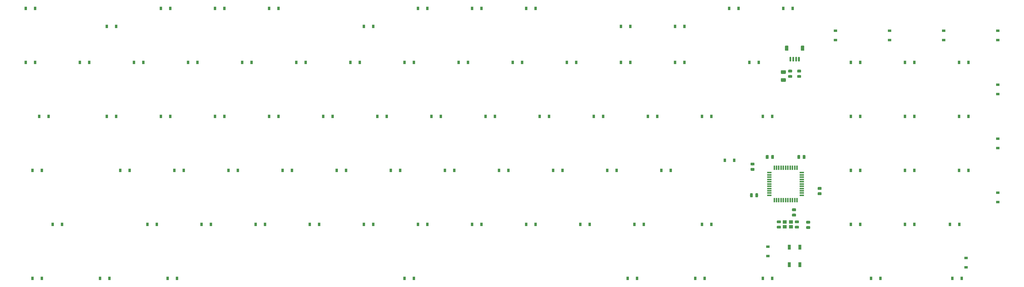
<source format=gbp>
G04 #@! TF.GenerationSoftware,KiCad,Pcbnew,(5.1.4)-1*
G04 #@! TF.CreationDate,2021-12-17T17:06:34-08:00*
G04 #@! TF.ProjectId,JKP,4a4b502e-6b69-4636-9164-5f7063625858,rev?*
G04 #@! TF.SameCoordinates,Original*
G04 #@! TF.FileFunction,Paste,Bot*
G04 #@! TF.FilePolarity,Positive*
%FSLAX46Y46*%
G04 Gerber Fmt 4.6, Leading zero omitted, Abs format (unit mm)*
G04 Created by KiCad (PCBNEW (5.1.4)-1) date 2021-12-17 17:06:34*
%MOMM*%
%LPD*%
G04 APERTURE LIST*
%ADD10R,0.900000X1.200000*%
%ADD11R,0.550000X1.500000*%
%ADD12R,1.500000X0.550000*%
%ADD13R,1.400000X1.200000*%
%ADD14R,1.100000X1.800000*%
%ADD15C,0.100000*%
%ADD16C,0.975000*%
%ADD17C,1.200000*%
%ADD18C,0.600000*%
%ADD19C,1.250000*%
%ADD20R,1.200000X0.900000*%
G04 APERTURE END LIST*
D10*
X217425000Y-1587500D03*
X220725000Y-1587500D03*
D11*
X279431250Y-51450000D03*
X278631250Y-51450000D03*
X277831250Y-51450000D03*
X277031250Y-51450000D03*
X276231250Y-51450000D03*
X275431250Y-51450000D03*
X274631250Y-51450000D03*
X273831250Y-51450000D03*
X273031250Y-51450000D03*
X272231250Y-51450000D03*
X271431250Y-51450000D03*
D12*
X269731250Y-53150000D03*
X269731250Y-53950000D03*
X269731250Y-54750000D03*
X269731250Y-55550000D03*
X269731250Y-56350000D03*
X269731250Y-57150000D03*
X269731250Y-57950000D03*
X269731250Y-58750000D03*
X269731250Y-59550000D03*
X269731250Y-60350000D03*
X269731250Y-61150000D03*
D11*
X271431250Y-62850000D03*
X272231250Y-62850000D03*
X273031250Y-62850000D03*
X273831250Y-62850000D03*
X274631250Y-62850000D03*
X275431250Y-62850000D03*
X276231250Y-62850000D03*
X277031250Y-62850000D03*
X277831250Y-62850000D03*
X278631250Y-62850000D03*
X279431250Y-62850000D03*
D12*
X281131250Y-61150000D03*
X281131250Y-60350000D03*
X281131250Y-59550000D03*
X281131250Y-58750000D03*
X281131250Y-57950000D03*
X281131250Y-57150000D03*
X281131250Y-56350000D03*
X281131250Y-55550000D03*
X281131250Y-54750000D03*
X281131250Y-53950000D03*
X281131250Y-53150000D03*
D13*
X275125000Y-72287500D03*
X277325000Y-72287500D03*
X277325000Y-70587500D03*
X275125000Y-70587500D03*
D14*
X280456250Y-79450000D03*
X276756250Y-85650000D03*
X276756250Y-79450000D03*
X280456250Y-85650000D03*
D15*
G36*
X264259142Y-51505174D02*
G01*
X264282803Y-51508684D01*
X264306007Y-51514496D01*
X264328529Y-51522554D01*
X264350153Y-51532782D01*
X264370670Y-51545079D01*
X264389883Y-51559329D01*
X264407607Y-51575393D01*
X264423671Y-51593117D01*
X264437921Y-51612330D01*
X264450218Y-51632847D01*
X264460446Y-51654471D01*
X264468504Y-51676993D01*
X264474316Y-51700197D01*
X264477826Y-51723858D01*
X264479000Y-51747750D01*
X264479000Y-52235250D01*
X264477826Y-52259142D01*
X264474316Y-52282803D01*
X264468504Y-52306007D01*
X264460446Y-52328529D01*
X264450218Y-52350153D01*
X264437921Y-52370670D01*
X264423671Y-52389883D01*
X264407607Y-52407607D01*
X264389883Y-52423671D01*
X264370670Y-52437921D01*
X264350153Y-52450218D01*
X264328529Y-52460446D01*
X264306007Y-52468504D01*
X264282803Y-52474316D01*
X264259142Y-52477826D01*
X264235250Y-52479000D01*
X263322750Y-52479000D01*
X263298858Y-52477826D01*
X263275197Y-52474316D01*
X263251993Y-52468504D01*
X263229471Y-52460446D01*
X263207847Y-52450218D01*
X263187330Y-52437921D01*
X263168117Y-52423671D01*
X263150393Y-52407607D01*
X263134329Y-52389883D01*
X263120079Y-52370670D01*
X263107782Y-52350153D01*
X263097554Y-52328529D01*
X263089496Y-52306007D01*
X263083684Y-52282803D01*
X263080174Y-52259142D01*
X263079000Y-52235250D01*
X263079000Y-51747750D01*
X263080174Y-51723858D01*
X263083684Y-51700197D01*
X263089496Y-51676993D01*
X263097554Y-51654471D01*
X263107782Y-51632847D01*
X263120079Y-51612330D01*
X263134329Y-51593117D01*
X263150393Y-51575393D01*
X263168117Y-51559329D01*
X263187330Y-51545079D01*
X263207847Y-51532782D01*
X263229471Y-51522554D01*
X263251993Y-51514496D01*
X263275197Y-51508684D01*
X263298858Y-51505174D01*
X263322750Y-51504000D01*
X264235250Y-51504000D01*
X264259142Y-51505174D01*
X264259142Y-51505174D01*
G37*
D16*
X263779000Y-51991500D03*
D15*
G36*
X264259142Y-49630174D02*
G01*
X264282803Y-49633684D01*
X264306007Y-49639496D01*
X264328529Y-49647554D01*
X264350153Y-49657782D01*
X264370670Y-49670079D01*
X264389883Y-49684329D01*
X264407607Y-49700393D01*
X264423671Y-49718117D01*
X264437921Y-49737330D01*
X264450218Y-49757847D01*
X264460446Y-49779471D01*
X264468504Y-49801993D01*
X264474316Y-49825197D01*
X264477826Y-49848858D01*
X264479000Y-49872750D01*
X264479000Y-50360250D01*
X264477826Y-50384142D01*
X264474316Y-50407803D01*
X264468504Y-50431007D01*
X264460446Y-50453529D01*
X264450218Y-50475153D01*
X264437921Y-50495670D01*
X264423671Y-50514883D01*
X264407607Y-50532607D01*
X264389883Y-50548671D01*
X264370670Y-50562921D01*
X264350153Y-50575218D01*
X264328529Y-50585446D01*
X264306007Y-50593504D01*
X264282803Y-50599316D01*
X264259142Y-50602826D01*
X264235250Y-50604000D01*
X263322750Y-50604000D01*
X263298858Y-50602826D01*
X263275197Y-50599316D01*
X263251993Y-50593504D01*
X263229471Y-50585446D01*
X263207847Y-50575218D01*
X263187330Y-50562921D01*
X263168117Y-50548671D01*
X263150393Y-50532607D01*
X263134329Y-50514883D01*
X263120079Y-50495670D01*
X263107782Y-50475153D01*
X263097554Y-50453529D01*
X263089496Y-50431007D01*
X263083684Y-50407803D01*
X263080174Y-50384142D01*
X263079000Y-50360250D01*
X263079000Y-49872750D01*
X263080174Y-49848858D01*
X263083684Y-49825197D01*
X263089496Y-49801993D01*
X263097554Y-49779471D01*
X263107782Y-49757847D01*
X263120079Y-49737330D01*
X263134329Y-49718117D01*
X263150393Y-49700393D01*
X263168117Y-49684329D01*
X263187330Y-49670079D01*
X263207847Y-49657782D01*
X263229471Y-49647554D01*
X263251993Y-49639496D01*
X263275197Y-49633684D01*
X263298858Y-49630174D01*
X263322750Y-49629000D01*
X264235250Y-49629000D01*
X264259142Y-49630174D01*
X264259142Y-49630174D01*
G37*
D16*
X263779000Y-50116500D03*
D15*
G36*
X283848892Y-72032424D02*
G01*
X283872553Y-72035934D01*
X283895757Y-72041746D01*
X283918279Y-72049804D01*
X283939903Y-72060032D01*
X283960420Y-72072329D01*
X283979633Y-72086579D01*
X283997357Y-72102643D01*
X284013421Y-72120367D01*
X284027671Y-72139580D01*
X284039968Y-72160097D01*
X284050196Y-72181721D01*
X284058254Y-72204243D01*
X284064066Y-72227447D01*
X284067576Y-72251108D01*
X284068750Y-72275000D01*
X284068750Y-72762500D01*
X284067576Y-72786392D01*
X284064066Y-72810053D01*
X284058254Y-72833257D01*
X284050196Y-72855779D01*
X284039968Y-72877403D01*
X284027671Y-72897920D01*
X284013421Y-72917133D01*
X283997357Y-72934857D01*
X283979633Y-72950921D01*
X283960420Y-72965171D01*
X283939903Y-72977468D01*
X283918279Y-72987696D01*
X283895757Y-72995754D01*
X283872553Y-73001566D01*
X283848892Y-73005076D01*
X283825000Y-73006250D01*
X282912500Y-73006250D01*
X282888608Y-73005076D01*
X282864947Y-73001566D01*
X282841743Y-72995754D01*
X282819221Y-72987696D01*
X282797597Y-72977468D01*
X282777080Y-72965171D01*
X282757867Y-72950921D01*
X282740143Y-72934857D01*
X282724079Y-72917133D01*
X282709829Y-72897920D01*
X282697532Y-72877403D01*
X282687304Y-72855779D01*
X282679246Y-72833257D01*
X282673434Y-72810053D01*
X282669924Y-72786392D01*
X282668750Y-72762500D01*
X282668750Y-72275000D01*
X282669924Y-72251108D01*
X282673434Y-72227447D01*
X282679246Y-72204243D01*
X282687304Y-72181721D01*
X282697532Y-72160097D01*
X282709829Y-72139580D01*
X282724079Y-72120367D01*
X282740143Y-72102643D01*
X282757867Y-72086579D01*
X282777080Y-72072329D01*
X282797597Y-72060032D01*
X282819221Y-72049804D01*
X282841743Y-72041746D01*
X282864947Y-72035934D01*
X282888608Y-72032424D01*
X282912500Y-72031250D01*
X283825000Y-72031250D01*
X283848892Y-72032424D01*
X283848892Y-72032424D01*
G37*
D16*
X283368750Y-72518750D03*
D15*
G36*
X283848892Y-70157424D02*
G01*
X283872553Y-70160934D01*
X283895757Y-70166746D01*
X283918279Y-70174804D01*
X283939903Y-70185032D01*
X283960420Y-70197329D01*
X283979633Y-70211579D01*
X283997357Y-70227643D01*
X284013421Y-70245367D01*
X284027671Y-70264580D01*
X284039968Y-70285097D01*
X284050196Y-70306721D01*
X284058254Y-70329243D01*
X284064066Y-70352447D01*
X284067576Y-70376108D01*
X284068750Y-70400000D01*
X284068750Y-70887500D01*
X284067576Y-70911392D01*
X284064066Y-70935053D01*
X284058254Y-70958257D01*
X284050196Y-70980779D01*
X284039968Y-71002403D01*
X284027671Y-71022920D01*
X284013421Y-71042133D01*
X283997357Y-71059857D01*
X283979633Y-71075921D01*
X283960420Y-71090171D01*
X283939903Y-71102468D01*
X283918279Y-71112696D01*
X283895757Y-71120754D01*
X283872553Y-71126566D01*
X283848892Y-71130076D01*
X283825000Y-71131250D01*
X282912500Y-71131250D01*
X282888608Y-71130076D01*
X282864947Y-71126566D01*
X282841743Y-71120754D01*
X282819221Y-71112696D01*
X282797597Y-71102468D01*
X282777080Y-71090171D01*
X282757867Y-71075921D01*
X282740143Y-71059857D01*
X282724079Y-71042133D01*
X282709829Y-71022920D01*
X282697532Y-71002403D01*
X282687304Y-70980779D01*
X282679246Y-70958257D01*
X282673434Y-70935053D01*
X282669924Y-70911392D01*
X282668750Y-70887500D01*
X282668750Y-70400000D01*
X282669924Y-70376108D01*
X282673434Y-70352447D01*
X282679246Y-70329243D01*
X282687304Y-70306721D01*
X282697532Y-70285097D01*
X282709829Y-70264580D01*
X282724079Y-70245367D01*
X282740143Y-70227643D01*
X282757867Y-70211579D01*
X282777080Y-70197329D01*
X282797597Y-70185032D01*
X282819221Y-70174804D01*
X282841743Y-70166746D01*
X282864947Y-70160934D01*
X282888608Y-70157424D01*
X282912500Y-70156250D01*
X283825000Y-70156250D01*
X283848892Y-70157424D01*
X283848892Y-70157424D01*
G37*
D16*
X283368750Y-70643750D03*
D15*
G36*
X280673892Y-16832424D02*
G01*
X280697553Y-16835934D01*
X280720757Y-16841746D01*
X280743279Y-16849804D01*
X280764903Y-16860032D01*
X280785420Y-16872329D01*
X280804633Y-16886579D01*
X280822357Y-16902643D01*
X280838421Y-16920367D01*
X280852671Y-16939580D01*
X280864968Y-16960097D01*
X280875196Y-16981721D01*
X280883254Y-17004243D01*
X280889066Y-17027447D01*
X280892576Y-17051108D01*
X280893750Y-17075000D01*
X280893750Y-17562500D01*
X280892576Y-17586392D01*
X280889066Y-17610053D01*
X280883254Y-17633257D01*
X280875196Y-17655779D01*
X280864968Y-17677403D01*
X280852671Y-17697920D01*
X280838421Y-17717133D01*
X280822357Y-17734857D01*
X280804633Y-17750921D01*
X280785420Y-17765171D01*
X280764903Y-17777468D01*
X280743279Y-17787696D01*
X280720757Y-17795754D01*
X280697553Y-17801566D01*
X280673892Y-17805076D01*
X280650000Y-17806250D01*
X279737500Y-17806250D01*
X279713608Y-17805076D01*
X279689947Y-17801566D01*
X279666743Y-17795754D01*
X279644221Y-17787696D01*
X279622597Y-17777468D01*
X279602080Y-17765171D01*
X279582867Y-17750921D01*
X279565143Y-17734857D01*
X279549079Y-17717133D01*
X279534829Y-17697920D01*
X279522532Y-17677403D01*
X279512304Y-17655779D01*
X279504246Y-17633257D01*
X279498434Y-17610053D01*
X279494924Y-17586392D01*
X279493750Y-17562500D01*
X279493750Y-17075000D01*
X279494924Y-17051108D01*
X279498434Y-17027447D01*
X279504246Y-17004243D01*
X279512304Y-16981721D01*
X279522532Y-16960097D01*
X279534829Y-16939580D01*
X279549079Y-16920367D01*
X279565143Y-16902643D01*
X279582867Y-16886579D01*
X279602080Y-16872329D01*
X279622597Y-16860032D01*
X279644221Y-16849804D01*
X279666743Y-16841746D01*
X279689947Y-16835934D01*
X279713608Y-16832424D01*
X279737500Y-16831250D01*
X280650000Y-16831250D01*
X280673892Y-16832424D01*
X280673892Y-16832424D01*
G37*
D16*
X280193750Y-17318750D03*
D15*
G36*
X280673892Y-18707424D02*
G01*
X280697553Y-18710934D01*
X280720757Y-18716746D01*
X280743279Y-18724804D01*
X280764903Y-18735032D01*
X280785420Y-18747329D01*
X280804633Y-18761579D01*
X280822357Y-18777643D01*
X280838421Y-18795367D01*
X280852671Y-18814580D01*
X280864968Y-18835097D01*
X280875196Y-18856721D01*
X280883254Y-18879243D01*
X280889066Y-18902447D01*
X280892576Y-18926108D01*
X280893750Y-18950000D01*
X280893750Y-19437500D01*
X280892576Y-19461392D01*
X280889066Y-19485053D01*
X280883254Y-19508257D01*
X280875196Y-19530779D01*
X280864968Y-19552403D01*
X280852671Y-19572920D01*
X280838421Y-19592133D01*
X280822357Y-19609857D01*
X280804633Y-19625921D01*
X280785420Y-19640171D01*
X280764903Y-19652468D01*
X280743279Y-19662696D01*
X280720757Y-19670754D01*
X280697553Y-19676566D01*
X280673892Y-19680076D01*
X280650000Y-19681250D01*
X279737500Y-19681250D01*
X279713608Y-19680076D01*
X279689947Y-19676566D01*
X279666743Y-19670754D01*
X279644221Y-19662696D01*
X279622597Y-19652468D01*
X279602080Y-19640171D01*
X279582867Y-19625921D01*
X279565143Y-19609857D01*
X279549079Y-19592133D01*
X279534829Y-19572920D01*
X279522532Y-19552403D01*
X279512304Y-19530779D01*
X279504246Y-19508257D01*
X279498434Y-19485053D01*
X279494924Y-19461392D01*
X279493750Y-19437500D01*
X279493750Y-18950000D01*
X279494924Y-18926108D01*
X279498434Y-18902447D01*
X279504246Y-18879243D01*
X279512304Y-18856721D01*
X279522532Y-18835097D01*
X279534829Y-18814580D01*
X279549079Y-18795367D01*
X279565143Y-18777643D01*
X279582867Y-18761579D01*
X279602080Y-18747329D01*
X279622597Y-18735032D01*
X279644221Y-18724804D01*
X279666743Y-18716746D01*
X279689947Y-18710934D01*
X279713608Y-18707424D01*
X279737500Y-18706250D01*
X280650000Y-18706250D01*
X280673892Y-18707424D01*
X280673892Y-18707424D01*
G37*
D16*
X280193750Y-19193750D03*
D15*
G36*
X277498892Y-16832424D02*
G01*
X277522553Y-16835934D01*
X277545757Y-16841746D01*
X277568279Y-16849804D01*
X277589903Y-16860032D01*
X277610420Y-16872329D01*
X277629633Y-16886579D01*
X277647357Y-16902643D01*
X277663421Y-16920367D01*
X277677671Y-16939580D01*
X277689968Y-16960097D01*
X277700196Y-16981721D01*
X277708254Y-17004243D01*
X277714066Y-17027447D01*
X277717576Y-17051108D01*
X277718750Y-17075000D01*
X277718750Y-17562500D01*
X277717576Y-17586392D01*
X277714066Y-17610053D01*
X277708254Y-17633257D01*
X277700196Y-17655779D01*
X277689968Y-17677403D01*
X277677671Y-17697920D01*
X277663421Y-17717133D01*
X277647357Y-17734857D01*
X277629633Y-17750921D01*
X277610420Y-17765171D01*
X277589903Y-17777468D01*
X277568279Y-17787696D01*
X277545757Y-17795754D01*
X277522553Y-17801566D01*
X277498892Y-17805076D01*
X277475000Y-17806250D01*
X276562500Y-17806250D01*
X276538608Y-17805076D01*
X276514947Y-17801566D01*
X276491743Y-17795754D01*
X276469221Y-17787696D01*
X276447597Y-17777468D01*
X276427080Y-17765171D01*
X276407867Y-17750921D01*
X276390143Y-17734857D01*
X276374079Y-17717133D01*
X276359829Y-17697920D01*
X276347532Y-17677403D01*
X276337304Y-17655779D01*
X276329246Y-17633257D01*
X276323434Y-17610053D01*
X276319924Y-17586392D01*
X276318750Y-17562500D01*
X276318750Y-17075000D01*
X276319924Y-17051108D01*
X276323434Y-17027447D01*
X276329246Y-17004243D01*
X276337304Y-16981721D01*
X276347532Y-16960097D01*
X276359829Y-16939580D01*
X276374079Y-16920367D01*
X276390143Y-16902643D01*
X276407867Y-16886579D01*
X276427080Y-16872329D01*
X276447597Y-16860032D01*
X276469221Y-16849804D01*
X276491743Y-16841746D01*
X276514947Y-16835934D01*
X276538608Y-16832424D01*
X276562500Y-16831250D01*
X277475000Y-16831250D01*
X277498892Y-16832424D01*
X277498892Y-16832424D01*
G37*
D16*
X277018750Y-17318750D03*
D15*
G36*
X277498892Y-18707424D02*
G01*
X277522553Y-18710934D01*
X277545757Y-18716746D01*
X277568279Y-18724804D01*
X277589903Y-18735032D01*
X277610420Y-18747329D01*
X277629633Y-18761579D01*
X277647357Y-18777643D01*
X277663421Y-18795367D01*
X277677671Y-18814580D01*
X277689968Y-18835097D01*
X277700196Y-18856721D01*
X277708254Y-18879243D01*
X277714066Y-18902447D01*
X277717576Y-18926108D01*
X277718750Y-18950000D01*
X277718750Y-19437500D01*
X277717576Y-19461392D01*
X277714066Y-19485053D01*
X277708254Y-19508257D01*
X277700196Y-19530779D01*
X277689968Y-19552403D01*
X277677671Y-19572920D01*
X277663421Y-19592133D01*
X277647357Y-19609857D01*
X277629633Y-19625921D01*
X277610420Y-19640171D01*
X277589903Y-19652468D01*
X277568279Y-19662696D01*
X277545757Y-19670754D01*
X277522553Y-19676566D01*
X277498892Y-19680076D01*
X277475000Y-19681250D01*
X276562500Y-19681250D01*
X276538608Y-19680076D01*
X276514947Y-19676566D01*
X276491743Y-19670754D01*
X276469221Y-19662696D01*
X276447597Y-19652468D01*
X276427080Y-19640171D01*
X276407867Y-19625921D01*
X276390143Y-19609857D01*
X276374079Y-19592133D01*
X276359829Y-19572920D01*
X276347532Y-19552403D01*
X276337304Y-19530779D01*
X276329246Y-19508257D01*
X276323434Y-19485053D01*
X276319924Y-19461392D01*
X276318750Y-19437500D01*
X276318750Y-18950000D01*
X276319924Y-18926108D01*
X276323434Y-18902447D01*
X276329246Y-18879243D01*
X276337304Y-18856721D01*
X276347532Y-18835097D01*
X276359829Y-18814580D01*
X276374079Y-18795367D01*
X276390143Y-18777643D01*
X276407867Y-18761579D01*
X276427080Y-18747329D01*
X276447597Y-18735032D01*
X276469221Y-18724804D01*
X276491743Y-18716746D01*
X276514947Y-18710934D01*
X276538608Y-18707424D01*
X276562500Y-18706250D01*
X277475000Y-18706250D01*
X277498892Y-18707424D01*
X277498892Y-18707424D01*
G37*
D16*
X277018750Y-19193750D03*
D15*
G36*
X281780755Y-8338704D02*
G01*
X281805023Y-8342304D01*
X281828822Y-8348265D01*
X281851921Y-8356530D01*
X281874100Y-8367020D01*
X281895143Y-8379632D01*
X281914849Y-8394247D01*
X281933027Y-8410723D01*
X281949503Y-8428901D01*
X281964118Y-8448607D01*
X281976730Y-8469650D01*
X281987220Y-8491829D01*
X281995485Y-8514928D01*
X282001446Y-8538727D01*
X282005046Y-8562995D01*
X282006250Y-8587499D01*
X282006250Y-9887501D01*
X282005046Y-9912005D01*
X282001446Y-9936273D01*
X281995485Y-9960072D01*
X281987220Y-9983171D01*
X281976730Y-10005350D01*
X281964118Y-10026393D01*
X281949503Y-10046099D01*
X281933027Y-10064277D01*
X281914849Y-10080753D01*
X281895143Y-10095368D01*
X281874100Y-10107980D01*
X281851921Y-10118470D01*
X281828822Y-10126735D01*
X281805023Y-10132696D01*
X281780755Y-10136296D01*
X281756251Y-10137500D01*
X281056249Y-10137500D01*
X281031745Y-10136296D01*
X281007477Y-10132696D01*
X280983678Y-10126735D01*
X280960579Y-10118470D01*
X280938400Y-10107980D01*
X280917357Y-10095368D01*
X280897651Y-10080753D01*
X280879473Y-10064277D01*
X280862997Y-10046099D01*
X280848382Y-10026393D01*
X280835770Y-10005350D01*
X280825280Y-9983171D01*
X280817015Y-9960072D01*
X280811054Y-9936273D01*
X280807454Y-9912005D01*
X280806250Y-9887501D01*
X280806250Y-8587499D01*
X280807454Y-8562995D01*
X280811054Y-8538727D01*
X280817015Y-8514928D01*
X280825280Y-8491829D01*
X280835770Y-8469650D01*
X280848382Y-8448607D01*
X280862997Y-8428901D01*
X280879473Y-8410723D01*
X280897651Y-8394247D01*
X280917357Y-8379632D01*
X280938400Y-8367020D01*
X280960579Y-8356530D01*
X280983678Y-8348265D01*
X281007477Y-8342304D01*
X281031745Y-8338704D01*
X281056249Y-8337500D01*
X281756251Y-8337500D01*
X281780755Y-8338704D01*
X281780755Y-8338704D01*
G37*
D17*
X281406250Y-9237500D03*
D15*
G36*
X276180755Y-8338704D02*
G01*
X276205023Y-8342304D01*
X276228822Y-8348265D01*
X276251921Y-8356530D01*
X276274100Y-8367020D01*
X276295143Y-8379632D01*
X276314849Y-8394247D01*
X276333027Y-8410723D01*
X276349503Y-8428901D01*
X276364118Y-8448607D01*
X276376730Y-8469650D01*
X276387220Y-8491829D01*
X276395485Y-8514928D01*
X276401446Y-8538727D01*
X276405046Y-8562995D01*
X276406250Y-8587499D01*
X276406250Y-9887501D01*
X276405046Y-9912005D01*
X276401446Y-9936273D01*
X276395485Y-9960072D01*
X276387220Y-9983171D01*
X276376730Y-10005350D01*
X276364118Y-10026393D01*
X276349503Y-10046099D01*
X276333027Y-10064277D01*
X276314849Y-10080753D01*
X276295143Y-10095368D01*
X276274100Y-10107980D01*
X276251921Y-10118470D01*
X276228822Y-10126735D01*
X276205023Y-10132696D01*
X276180755Y-10136296D01*
X276156251Y-10137500D01*
X275456249Y-10137500D01*
X275431745Y-10136296D01*
X275407477Y-10132696D01*
X275383678Y-10126735D01*
X275360579Y-10118470D01*
X275338400Y-10107980D01*
X275317357Y-10095368D01*
X275297651Y-10080753D01*
X275279473Y-10064277D01*
X275262997Y-10046099D01*
X275248382Y-10026393D01*
X275235770Y-10005350D01*
X275225280Y-9983171D01*
X275217015Y-9960072D01*
X275211054Y-9936273D01*
X275207454Y-9912005D01*
X275206250Y-9887501D01*
X275206250Y-8587499D01*
X275207454Y-8562995D01*
X275211054Y-8538727D01*
X275217015Y-8514928D01*
X275225280Y-8491829D01*
X275235770Y-8469650D01*
X275248382Y-8448607D01*
X275262997Y-8428901D01*
X275279473Y-8410723D01*
X275297651Y-8394247D01*
X275317357Y-8379632D01*
X275338400Y-8367020D01*
X275360579Y-8356530D01*
X275383678Y-8348265D01*
X275407477Y-8342304D01*
X275431745Y-8338704D01*
X275456249Y-8337500D01*
X276156251Y-8337500D01*
X276180755Y-8338704D01*
X276180755Y-8338704D01*
G37*
D17*
X275806250Y-9237500D03*
D15*
G36*
X280270953Y-12338222D02*
G01*
X280285514Y-12340382D01*
X280299793Y-12343959D01*
X280313653Y-12348918D01*
X280326960Y-12355212D01*
X280339586Y-12362780D01*
X280351409Y-12371548D01*
X280362316Y-12381434D01*
X280372202Y-12392341D01*
X280380970Y-12404164D01*
X280388538Y-12416790D01*
X280394832Y-12430097D01*
X280399791Y-12443957D01*
X280403368Y-12458236D01*
X280405528Y-12472797D01*
X280406250Y-12487500D01*
X280406250Y-13737500D01*
X280405528Y-13752203D01*
X280403368Y-13766764D01*
X280399791Y-13781043D01*
X280394832Y-13794903D01*
X280388538Y-13808210D01*
X280380970Y-13820836D01*
X280372202Y-13832659D01*
X280362316Y-13843566D01*
X280351409Y-13853452D01*
X280339586Y-13862220D01*
X280326960Y-13869788D01*
X280313653Y-13876082D01*
X280299793Y-13881041D01*
X280285514Y-13884618D01*
X280270953Y-13886778D01*
X280256250Y-13887500D01*
X279956250Y-13887500D01*
X279941547Y-13886778D01*
X279926986Y-13884618D01*
X279912707Y-13881041D01*
X279898847Y-13876082D01*
X279885540Y-13869788D01*
X279872914Y-13862220D01*
X279861091Y-13853452D01*
X279850184Y-13843566D01*
X279840298Y-13832659D01*
X279831530Y-13820836D01*
X279823962Y-13808210D01*
X279817668Y-13794903D01*
X279812709Y-13781043D01*
X279809132Y-13766764D01*
X279806972Y-13752203D01*
X279806250Y-13737500D01*
X279806250Y-12487500D01*
X279806972Y-12472797D01*
X279809132Y-12458236D01*
X279812709Y-12443957D01*
X279817668Y-12430097D01*
X279823962Y-12416790D01*
X279831530Y-12404164D01*
X279840298Y-12392341D01*
X279850184Y-12381434D01*
X279861091Y-12371548D01*
X279872914Y-12362780D01*
X279885540Y-12355212D01*
X279898847Y-12348918D01*
X279912707Y-12343959D01*
X279926986Y-12340382D01*
X279941547Y-12338222D01*
X279956250Y-12337500D01*
X280256250Y-12337500D01*
X280270953Y-12338222D01*
X280270953Y-12338222D01*
G37*
D18*
X280106250Y-13112500D03*
D15*
G36*
X279270953Y-12338222D02*
G01*
X279285514Y-12340382D01*
X279299793Y-12343959D01*
X279313653Y-12348918D01*
X279326960Y-12355212D01*
X279339586Y-12362780D01*
X279351409Y-12371548D01*
X279362316Y-12381434D01*
X279372202Y-12392341D01*
X279380970Y-12404164D01*
X279388538Y-12416790D01*
X279394832Y-12430097D01*
X279399791Y-12443957D01*
X279403368Y-12458236D01*
X279405528Y-12472797D01*
X279406250Y-12487500D01*
X279406250Y-13737500D01*
X279405528Y-13752203D01*
X279403368Y-13766764D01*
X279399791Y-13781043D01*
X279394832Y-13794903D01*
X279388538Y-13808210D01*
X279380970Y-13820836D01*
X279372202Y-13832659D01*
X279362316Y-13843566D01*
X279351409Y-13853452D01*
X279339586Y-13862220D01*
X279326960Y-13869788D01*
X279313653Y-13876082D01*
X279299793Y-13881041D01*
X279285514Y-13884618D01*
X279270953Y-13886778D01*
X279256250Y-13887500D01*
X278956250Y-13887500D01*
X278941547Y-13886778D01*
X278926986Y-13884618D01*
X278912707Y-13881041D01*
X278898847Y-13876082D01*
X278885540Y-13869788D01*
X278872914Y-13862220D01*
X278861091Y-13853452D01*
X278850184Y-13843566D01*
X278840298Y-13832659D01*
X278831530Y-13820836D01*
X278823962Y-13808210D01*
X278817668Y-13794903D01*
X278812709Y-13781043D01*
X278809132Y-13766764D01*
X278806972Y-13752203D01*
X278806250Y-13737500D01*
X278806250Y-12487500D01*
X278806972Y-12472797D01*
X278809132Y-12458236D01*
X278812709Y-12443957D01*
X278817668Y-12430097D01*
X278823962Y-12416790D01*
X278831530Y-12404164D01*
X278840298Y-12392341D01*
X278850184Y-12381434D01*
X278861091Y-12371548D01*
X278872914Y-12362780D01*
X278885540Y-12355212D01*
X278898847Y-12348918D01*
X278912707Y-12343959D01*
X278926986Y-12340382D01*
X278941547Y-12338222D01*
X278956250Y-12337500D01*
X279256250Y-12337500D01*
X279270953Y-12338222D01*
X279270953Y-12338222D01*
G37*
D18*
X279106250Y-13112500D03*
D15*
G36*
X278270953Y-12338222D02*
G01*
X278285514Y-12340382D01*
X278299793Y-12343959D01*
X278313653Y-12348918D01*
X278326960Y-12355212D01*
X278339586Y-12362780D01*
X278351409Y-12371548D01*
X278362316Y-12381434D01*
X278372202Y-12392341D01*
X278380970Y-12404164D01*
X278388538Y-12416790D01*
X278394832Y-12430097D01*
X278399791Y-12443957D01*
X278403368Y-12458236D01*
X278405528Y-12472797D01*
X278406250Y-12487500D01*
X278406250Y-13737500D01*
X278405528Y-13752203D01*
X278403368Y-13766764D01*
X278399791Y-13781043D01*
X278394832Y-13794903D01*
X278388538Y-13808210D01*
X278380970Y-13820836D01*
X278372202Y-13832659D01*
X278362316Y-13843566D01*
X278351409Y-13853452D01*
X278339586Y-13862220D01*
X278326960Y-13869788D01*
X278313653Y-13876082D01*
X278299793Y-13881041D01*
X278285514Y-13884618D01*
X278270953Y-13886778D01*
X278256250Y-13887500D01*
X277956250Y-13887500D01*
X277941547Y-13886778D01*
X277926986Y-13884618D01*
X277912707Y-13881041D01*
X277898847Y-13876082D01*
X277885540Y-13869788D01*
X277872914Y-13862220D01*
X277861091Y-13853452D01*
X277850184Y-13843566D01*
X277840298Y-13832659D01*
X277831530Y-13820836D01*
X277823962Y-13808210D01*
X277817668Y-13794903D01*
X277812709Y-13781043D01*
X277809132Y-13766764D01*
X277806972Y-13752203D01*
X277806250Y-13737500D01*
X277806250Y-12487500D01*
X277806972Y-12472797D01*
X277809132Y-12458236D01*
X277812709Y-12443957D01*
X277817668Y-12430097D01*
X277823962Y-12416790D01*
X277831530Y-12404164D01*
X277840298Y-12392341D01*
X277850184Y-12381434D01*
X277861091Y-12371548D01*
X277872914Y-12362780D01*
X277885540Y-12355212D01*
X277898847Y-12348918D01*
X277912707Y-12343959D01*
X277926986Y-12340382D01*
X277941547Y-12338222D01*
X277956250Y-12337500D01*
X278256250Y-12337500D01*
X278270953Y-12338222D01*
X278270953Y-12338222D01*
G37*
D18*
X278106250Y-13112500D03*
D15*
G36*
X277270953Y-12338222D02*
G01*
X277285514Y-12340382D01*
X277299793Y-12343959D01*
X277313653Y-12348918D01*
X277326960Y-12355212D01*
X277339586Y-12362780D01*
X277351409Y-12371548D01*
X277362316Y-12381434D01*
X277372202Y-12392341D01*
X277380970Y-12404164D01*
X277388538Y-12416790D01*
X277394832Y-12430097D01*
X277399791Y-12443957D01*
X277403368Y-12458236D01*
X277405528Y-12472797D01*
X277406250Y-12487500D01*
X277406250Y-13737500D01*
X277405528Y-13752203D01*
X277403368Y-13766764D01*
X277399791Y-13781043D01*
X277394832Y-13794903D01*
X277388538Y-13808210D01*
X277380970Y-13820836D01*
X277372202Y-13832659D01*
X277362316Y-13843566D01*
X277351409Y-13853452D01*
X277339586Y-13862220D01*
X277326960Y-13869788D01*
X277313653Y-13876082D01*
X277299793Y-13881041D01*
X277285514Y-13884618D01*
X277270953Y-13886778D01*
X277256250Y-13887500D01*
X276956250Y-13887500D01*
X276941547Y-13886778D01*
X276926986Y-13884618D01*
X276912707Y-13881041D01*
X276898847Y-13876082D01*
X276885540Y-13869788D01*
X276872914Y-13862220D01*
X276861091Y-13853452D01*
X276850184Y-13843566D01*
X276840298Y-13832659D01*
X276831530Y-13820836D01*
X276823962Y-13808210D01*
X276817668Y-13794903D01*
X276812709Y-13781043D01*
X276809132Y-13766764D01*
X276806972Y-13752203D01*
X276806250Y-13737500D01*
X276806250Y-12487500D01*
X276806972Y-12472797D01*
X276809132Y-12458236D01*
X276812709Y-12443957D01*
X276817668Y-12430097D01*
X276823962Y-12416790D01*
X276831530Y-12404164D01*
X276840298Y-12392341D01*
X276850184Y-12381434D01*
X276861091Y-12371548D01*
X276872914Y-12362780D01*
X276885540Y-12355212D01*
X276898847Y-12348918D01*
X276912707Y-12343959D01*
X276926986Y-12340382D01*
X276941547Y-12338222D01*
X276956250Y-12337500D01*
X277256250Y-12337500D01*
X277270953Y-12338222D01*
X277270953Y-12338222D01*
G37*
D18*
X277106250Y-13112500D03*
D15*
G36*
X275287004Y-17026204D02*
G01*
X275311273Y-17029804D01*
X275335071Y-17035765D01*
X275358171Y-17044030D01*
X275380349Y-17054520D01*
X275401393Y-17067133D01*
X275421098Y-17081747D01*
X275439277Y-17098223D01*
X275455753Y-17116402D01*
X275470367Y-17136107D01*
X275482980Y-17157151D01*
X275493470Y-17179329D01*
X275501735Y-17202429D01*
X275507696Y-17226227D01*
X275511296Y-17250496D01*
X275512500Y-17275000D01*
X275512500Y-18025000D01*
X275511296Y-18049504D01*
X275507696Y-18073773D01*
X275501735Y-18097571D01*
X275493470Y-18120671D01*
X275482980Y-18142849D01*
X275470367Y-18163893D01*
X275455753Y-18183598D01*
X275439277Y-18201777D01*
X275421098Y-18218253D01*
X275401393Y-18232867D01*
X275380349Y-18245480D01*
X275358171Y-18255970D01*
X275335071Y-18264235D01*
X275311273Y-18270196D01*
X275287004Y-18273796D01*
X275262500Y-18275000D01*
X274012500Y-18275000D01*
X273987996Y-18273796D01*
X273963727Y-18270196D01*
X273939929Y-18264235D01*
X273916829Y-18255970D01*
X273894651Y-18245480D01*
X273873607Y-18232867D01*
X273853902Y-18218253D01*
X273835723Y-18201777D01*
X273819247Y-18183598D01*
X273804633Y-18163893D01*
X273792020Y-18142849D01*
X273781530Y-18120671D01*
X273773265Y-18097571D01*
X273767304Y-18073773D01*
X273763704Y-18049504D01*
X273762500Y-18025000D01*
X273762500Y-17275000D01*
X273763704Y-17250496D01*
X273767304Y-17226227D01*
X273773265Y-17202429D01*
X273781530Y-17179329D01*
X273792020Y-17157151D01*
X273804633Y-17136107D01*
X273819247Y-17116402D01*
X273835723Y-17098223D01*
X273853902Y-17081747D01*
X273873607Y-17067133D01*
X273894651Y-17054520D01*
X273916829Y-17044030D01*
X273939929Y-17035765D01*
X273963727Y-17029804D01*
X273987996Y-17026204D01*
X274012500Y-17025000D01*
X275262500Y-17025000D01*
X275287004Y-17026204D01*
X275287004Y-17026204D01*
G37*
D19*
X274637500Y-17650000D03*
D15*
G36*
X275287004Y-19826204D02*
G01*
X275311273Y-19829804D01*
X275335071Y-19835765D01*
X275358171Y-19844030D01*
X275380349Y-19854520D01*
X275401393Y-19867133D01*
X275421098Y-19881747D01*
X275439277Y-19898223D01*
X275455753Y-19916402D01*
X275470367Y-19936107D01*
X275482980Y-19957151D01*
X275493470Y-19979329D01*
X275501735Y-20002429D01*
X275507696Y-20026227D01*
X275511296Y-20050496D01*
X275512500Y-20075000D01*
X275512500Y-20825000D01*
X275511296Y-20849504D01*
X275507696Y-20873773D01*
X275501735Y-20897571D01*
X275493470Y-20920671D01*
X275482980Y-20942849D01*
X275470367Y-20963893D01*
X275455753Y-20983598D01*
X275439277Y-21001777D01*
X275421098Y-21018253D01*
X275401393Y-21032867D01*
X275380349Y-21045480D01*
X275358171Y-21055970D01*
X275335071Y-21064235D01*
X275311273Y-21070196D01*
X275287004Y-21073796D01*
X275262500Y-21075000D01*
X274012500Y-21075000D01*
X273987996Y-21073796D01*
X273963727Y-21070196D01*
X273939929Y-21064235D01*
X273916829Y-21055970D01*
X273894651Y-21045480D01*
X273873607Y-21032867D01*
X273853902Y-21018253D01*
X273835723Y-21001777D01*
X273819247Y-20983598D01*
X273804633Y-20963893D01*
X273792020Y-20942849D01*
X273781530Y-20920671D01*
X273773265Y-20897571D01*
X273767304Y-20873773D01*
X273763704Y-20849504D01*
X273762500Y-20825000D01*
X273762500Y-20075000D01*
X273763704Y-20050496D01*
X273767304Y-20026227D01*
X273773265Y-20002429D01*
X273781530Y-19979329D01*
X273792020Y-19957151D01*
X273804633Y-19936107D01*
X273819247Y-19916402D01*
X273835723Y-19898223D01*
X273853902Y-19881747D01*
X273873607Y-19867133D01*
X273894651Y-19854520D01*
X273916829Y-19844030D01*
X273939929Y-19835765D01*
X273963727Y-19829804D01*
X273987996Y-19826204D01*
X274012500Y-19825000D01*
X275262500Y-19825000D01*
X275287004Y-19826204D01*
X275287004Y-19826204D01*
G37*
D19*
X274637500Y-20450000D03*
D20*
X338931250Y-83281250D03*
X338931250Y-86581250D03*
X350162500Y-60262500D03*
X350162500Y-63562500D03*
X350162500Y-41212500D03*
X350162500Y-44512500D03*
X350162500Y-22162500D03*
X350162500Y-25462500D03*
X350162500Y-3112500D03*
X350162500Y-6412500D03*
D10*
X334106250Y-90487500D03*
X337406250Y-90487500D03*
X333312500Y-71437500D03*
X336612500Y-71437500D03*
X336487500Y-52387500D03*
X339787500Y-52387500D03*
X336487500Y-33337500D03*
X339787500Y-33337500D03*
X336487500Y-14287500D03*
X339787500Y-14287500D03*
D20*
X331112500Y-3112500D03*
X331112500Y-6412500D03*
D10*
X317437500Y-71437500D03*
X320737500Y-71437500D03*
X317437500Y-52387500D03*
X320737500Y-52387500D03*
X317437500Y-33337500D03*
X320737500Y-33337500D03*
X317437500Y-14287500D03*
X320737500Y-14287500D03*
D20*
X312062500Y-3112500D03*
X312062500Y-6412500D03*
D10*
X305531250Y-90487500D03*
X308831250Y-90487500D03*
X298387500Y-71437500D03*
X301687500Y-71437500D03*
X298387500Y-52387500D03*
X301687500Y-52387500D03*
X298387500Y-33337500D03*
X301687500Y-33337500D03*
X298387500Y-14287500D03*
X301687500Y-14287500D03*
D20*
X293012500Y-3112500D03*
X293012500Y-6412500D03*
D10*
X267431250Y-33337500D03*
X270731250Y-33337500D03*
X262668750Y-14287500D03*
X265968750Y-14287500D03*
X267431250Y-90487500D03*
X270731250Y-90487500D03*
D20*
X269200000Y-79312500D03*
X269200000Y-82612500D03*
D10*
X257301000Y-48768000D03*
X254001000Y-48768000D03*
X246000000Y-33337500D03*
X249300000Y-33337500D03*
X236475000Y-14287500D03*
X239775000Y-14287500D03*
X274575000Y4762500D03*
X277875000Y4762500D03*
X243618750Y-90487500D03*
X246918750Y-90487500D03*
X246000000Y-71437500D03*
X249300000Y-71437500D03*
X231712500Y-52387500D03*
X235012500Y-52387500D03*
X226950000Y-33337500D03*
X230250000Y-33337500D03*
X217425000Y-14287500D03*
X220725000Y-14287500D03*
X255525000Y4762500D03*
X258825000Y4762500D03*
X219806250Y-90487500D03*
X223106250Y-90487500D03*
X222187500Y-71437500D03*
X225487500Y-71437500D03*
X212662500Y-52387500D03*
X215962500Y-52387500D03*
X207900000Y-33337500D03*
X211200000Y-33337500D03*
X198375000Y-14287500D03*
X201675000Y-14287500D03*
X236475000Y-1587500D03*
X239775000Y-1587500D03*
X203137500Y-71437500D03*
X206437500Y-71437500D03*
X193612500Y-52387500D03*
X196912500Y-52387500D03*
X188850000Y-33337500D03*
X192150000Y-33337500D03*
X179325000Y-14287500D03*
X182625000Y-14287500D03*
X184087500Y-71437500D03*
X187387500Y-71437500D03*
X174562500Y-52387500D03*
X177862500Y-52387500D03*
X169800000Y-33337500D03*
X173100000Y-33337500D03*
X160275000Y-14287500D03*
X163575000Y-14287500D03*
X184087500Y4762500D03*
X187387500Y4762500D03*
X165037500Y-71437500D03*
X168337500Y-71437500D03*
X155512500Y-52387500D03*
X158812500Y-52387500D03*
X150750000Y-33337500D03*
X154050000Y-33337500D03*
X141225000Y-14287500D03*
X144525000Y-14287500D03*
X165037500Y4762500D03*
X168337500Y4762500D03*
X141225000Y-90487500D03*
X144525000Y-90487500D03*
X145987500Y-71437500D03*
X149287500Y-71437500D03*
X136462500Y-52387500D03*
X139762500Y-52387500D03*
X131700000Y-33337500D03*
X135000000Y-33337500D03*
X122175000Y-14287500D03*
X125475000Y-14287500D03*
X145987500Y4762500D03*
X149287500Y4762500D03*
X126937500Y-71437500D03*
X130237500Y-71437500D03*
X117412500Y-52387500D03*
X120712500Y-52387500D03*
X112650000Y-33337500D03*
X115950000Y-33337500D03*
X103125000Y-14287500D03*
X106425000Y-14287500D03*
X126937500Y-1587500D03*
X130237500Y-1587500D03*
X107887500Y-71437500D03*
X111187500Y-71437500D03*
X98362500Y-52387500D03*
X101662500Y-52387500D03*
X93600000Y-33337500D03*
X96900000Y-33337500D03*
X84075000Y-14287500D03*
X87375000Y-14287500D03*
X93600000Y4762500D03*
X96900000Y4762500D03*
X88837500Y-71437500D03*
X92137500Y-71437500D03*
X79312500Y-52387500D03*
X82612500Y-52387500D03*
X74550000Y-33337500D03*
X77850000Y-33337500D03*
X65025000Y-14287500D03*
X68325000Y-14287500D03*
X74550000Y4762500D03*
X77850000Y4762500D03*
X57881250Y-90487500D03*
X61181250Y-90487500D03*
X69787500Y-71437500D03*
X73087500Y-71437500D03*
X60262500Y-52387500D03*
X63562500Y-52387500D03*
X55500000Y-33337500D03*
X58800000Y-33337500D03*
X45975000Y-14287500D03*
X49275000Y-14287500D03*
X55500000Y4762500D03*
X58800000Y4762500D03*
X34068750Y-90487500D03*
X37368750Y-90487500D03*
X50737500Y-71437500D03*
X54037500Y-71437500D03*
X41212500Y-52387500D03*
X44512500Y-52387500D03*
X36450000Y-33337500D03*
X39750000Y-33337500D03*
X26925000Y-14287500D03*
X30225000Y-14287500D03*
X36450000Y-1587500D03*
X39750000Y-1587500D03*
X10256250Y-90487500D03*
X13556250Y-90487500D03*
X17400000Y-71437500D03*
X20700000Y-71437500D03*
X10256250Y-52387500D03*
X13556250Y-52387500D03*
X12637500Y-33337500D03*
X15937500Y-33337500D03*
X7875000Y-14287500D03*
X11175000Y-14287500D03*
X7875000Y4762500D03*
X11175000Y4762500D03*
D15*
G36*
X287881142Y-58217674D02*
G01*
X287904803Y-58221184D01*
X287928007Y-58226996D01*
X287950529Y-58235054D01*
X287972153Y-58245282D01*
X287992670Y-58257579D01*
X288011883Y-58271829D01*
X288029607Y-58287893D01*
X288045671Y-58305617D01*
X288059921Y-58324830D01*
X288072218Y-58345347D01*
X288082446Y-58366971D01*
X288090504Y-58389493D01*
X288096316Y-58412697D01*
X288099826Y-58436358D01*
X288101000Y-58460250D01*
X288101000Y-58947750D01*
X288099826Y-58971642D01*
X288096316Y-58995303D01*
X288090504Y-59018507D01*
X288082446Y-59041029D01*
X288072218Y-59062653D01*
X288059921Y-59083170D01*
X288045671Y-59102383D01*
X288029607Y-59120107D01*
X288011883Y-59136171D01*
X287992670Y-59150421D01*
X287972153Y-59162718D01*
X287950529Y-59172946D01*
X287928007Y-59181004D01*
X287904803Y-59186816D01*
X287881142Y-59190326D01*
X287857250Y-59191500D01*
X286944750Y-59191500D01*
X286920858Y-59190326D01*
X286897197Y-59186816D01*
X286873993Y-59181004D01*
X286851471Y-59172946D01*
X286829847Y-59162718D01*
X286809330Y-59150421D01*
X286790117Y-59136171D01*
X286772393Y-59120107D01*
X286756329Y-59102383D01*
X286742079Y-59083170D01*
X286729782Y-59062653D01*
X286719554Y-59041029D01*
X286711496Y-59018507D01*
X286705684Y-58995303D01*
X286702174Y-58971642D01*
X286701000Y-58947750D01*
X286701000Y-58460250D01*
X286702174Y-58436358D01*
X286705684Y-58412697D01*
X286711496Y-58389493D01*
X286719554Y-58366971D01*
X286729782Y-58345347D01*
X286742079Y-58324830D01*
X286756329Y-58305617D01*
X286772393Y-58287893D01*
X286790117Y-58271829D01*
X286809330Y-58257579D01*
X286829847Y-58245282D01*
X286851471Y-58235054D01*
X286873993Y-58226996D01*
X286897197Y-58221184D01*
X286920858Y-58217674D01*
X286944750Y-58216500D01*
X287857250Y-58216500D01*
X287881142Y-58217674D01*
X287881142Y-58217674D01*
G37*
D16*
X287401000Y-58704000D03*
D15*
G36*
X287881142Y-60092674D02*
G01*
X287904803Y-60096184D01*
X287928007Y-60101996D01*
X287950529Y-60110054D01*
X287972153Y-60120282D01*
X287992670Y-60132579D01*
X288011883Y-60146829D01*
X288029607Y-60162893D01*
X288045671Y-60180617D01*
X288059921Y-60199830D01*
X288072218Y-60220347D01*
X288082446Y-60241971D01*
X288090504Y-60264493D01*
X288096316Y-60287697D01*
X288099826Y-60311358D01*
X288101000Y-60335250D01*
X288101000Y-60822750D01*
X288099826Y-60846642D01*
X288096316Y-60870303D01*
X288090504Y-60893507D01*
X288082446Y-60916029D01*
X288072218Y-60937653D01*
X288059921Y-60958170D01*
X288045671Y-60977383D01*
X288029607Y-60995107D01*
X288011883Y-61011171D01*
X287992670Y-61025421D01*
X287972153Y-61037718D01*
X287950529Y-61047946D01*
X287928007Y-61056004D01*
X287904803Y-61061816D01*
X287881142Y-61065326D01*
X287857250Y-61066500D01*
X286944750Y-61066500D01*
X286920858Y-61065326D01*
X286897197Y-61061816D01*
X286873993Y-61056004D01*
X286851471Y-61047946D01*
X286829847Y-61037718D01*
X286809330Y-61025421D01*
X286790117Y-61011171D01*
X286772393Y-60995107D01*
X286756329Y-60977383D01*
X286742079Y-60958170D01*
X286729782Y-60937653D01*
X286719554Y-60916029D01*
X286711496Y-60893507D01*
X286705684Y-60870303D01*
X286702174Y-60846642D01*
X286701000Y-60822750D01*
X286701000Y-60335250D01*
X286702174Y-60311358D01*
X286705684Y-60287697D01*
X286711496Y-60264493D01*
X286719554Y-60241971D01*
X286729782Y-60220347D01*
X286742079Y-60199830D01*
X286756329Y-60180617D01*
X286772393Y-60162893D01*
X286790117Y-60146829D01*
X286809330Y-60132579D01*
X286829847Y-60120282D01*
X286851471Y-60110054D01*
X286873993Y-60101996D01*
X286897197Y-60096184D01*
X286920858Y-60092674D01*
X286944750Y-60091500D01*
X287857250Y-60091500D01*
X287881142Y-60092674D01*
X287881142Y-60092674D01*
G37*
D16*
X287401000Y-60579000D03*
D15*
G36*
X280317642Y-46926174D02*
G01*
X280341303Y-46929684D01*
X280364507Y-46935496D01*
X280387029Y-46943554D01*
X280408653Y-46953782D01*
X280429170Y-46966079D01*
X280448383Y-46980329D01*
X280466107Y-46996393D01*
X280482171Y-47014117D01*
X280496421Y-47033330D01*
X280508718Y-47053847D01*
X280518946Y-47075471D01*
X280527004Y-47097993D01*
X280532816Y-47121197D01*
X280536326Y-47144858D01*
X280537500Y-47168750D01*
X280537500Y-48081250D01*
X280536326Y-48105142D01*
X280532816Y-48128803D01*
X280527004Y-48152007D01*
X280518946Y-48174529D01*
X280508718Y-48196153D01*
X280496421Y-48216670D01*
X280482171Y-48235883D01*
X280466107Y-48253607D01*
X280448383Y-48269671D01*
X280429170Y-48283921D01*
X280408653Y-48296218D01*
X280387029Y-48306446D01*
X280364507Y-48314504D01*
X280341303Y-48320316D01*
X280317642Y-48323826D01*
X280293750Y-48325000D01*
X279806250Y-48325000D01*
X279782358Y-48323826D01*
X279758697Y-48320316D01*
X279735493Y-48314504D01*
X279712971Y-48306446D01*
X279691347Y-48296218D01*
X279670830Y-48283921D01*
X279651617Y-48269671D01*
X279633893Y-48253607D01*
X279617829Y-48235883D01*
X279603579Y-48216670D01*
X279591282Y-48196153D01*
X279581054Y-48174529D01*
X279572996Y-48152007D01*
X279567184Y-48128803D01*
X279563674Y-48105142D01*
X279562500Y-48081250D01*
X279562500Y-47168750D01*
X279563674Y-47144858D01*
X279567184Y-47121197D01*
X279572996Y-47097993D01*
X279581054Y-47075471D01*
X279591282Y-47053847D01*
X279603579Y-47033330D01*
X279617829Y-47014117D01*
X279633893Y-46996393D01*
X279651617Y-46980329D01*
X279670830Y-46966079D01*
X279691347Y-46953782D01*
X279712971Y-46943554D01*
X279735493Y-46935496D01*
X279758697Y-46929684D01*
X279782358Y-46926174D01*
X279806250Y-46925000D01*
X280293750Y-46925000D01*
X280317642Y-46926174D01*
X280317642Y-46926174D01*
G37*
D16*
X280050000Y-47625000D03*
D15*
G36*
X282192642Y-46926174D02*
G01*
X282216303Y-46929684D01*
X282239507Y-46935496D01*
X282262029Y-46943554D01*
X282283653Y-46953782D01*
X282304170Y-46966079D01*
X282323383Y-46980329D01*
X282341107Y-46996393D01*
X282357171Y-47014117D01*
X282371421Y-47033330D01*
X282383718Y-47053847D01*
X282393946Y-47075471D01*
X282402004Y-47097993D01*
X282407816Y-47121197D01*
X282411326Y-47144858D01*
X282412500Y-47168750D01*
X282412500Y-48081250D01*
X282411326Y-48105142D01*
X282407816Y-48128803D01*
X282402004Y-48152007D01*
X282393946Y-48174529D01*
X282383718Y-48196153D01*
X282371421Y-48216670D01*
X282357171Y-48235883D01*
X282341107Y-48253607D01*
X282323383Y-48269671D01*
X282304170Y-48283921D01*
X282283653Y-48296218D01*
X282262029Y-48306446D01*
X282239507Y-48314504D01*
X282216303Y-48320316D01*
X282192642Y-48323826D01*
X282168750Y-48325000D01*
X281681250Y-48325000D01*
X281657358Y-48323826D01*
X281633697Y-48320316D01*
X281610493Y-48314504D01*
X281587971Y-48306446D01*
X281566347Y-48296218D01*
X281545830Y-48283921D01*
X281526617Y-48269671D01*
X281508893Y-48253607D01*
X281492829Y-48235883D01*
X281478579Y-48216670D01*
X281466282Y-48196153D01*
X281456054Y-48174529D01*
X281447996Y-48152007D01*
X281442184Y-48128803D01*
X281438674Y-48105142D01*
X281437500Y-48081250D01*
X281437500Y-47168750D01*
X281438674Y-47144858D01*
X281442184Y-47121197D01*
X281447996Y-47097993D01*
X281456054Y-47075471D01*
X281466282Y-47053847D01*
X281478579Y-47033330D01*
X281492829Y-47014117D01*
X281508893Y-46996393D01*
X281526617Y-46980329D01*
X281545830Y-46966079D01*
X281566347Y-46953782D01*
X281587971Y-46943554D01*
X281610493Y-46935496D01*
X281633697Y-46929684D01*
X281657358Y-46926174D01*
X281681250Y-46925000D01*
X282168750Y-46925000D01*
X282192642Y-46926174D01*
X282192642Y-46926174D01*
G37*
D16*
X281925000Y-47625000D03*
D15*
G36*
X278864142Y-67634174D02*
G01*
X278887803Y-67637684D01*
X278911007Y-67643496D01*
X278933529Y-67651554D01*
X278955153Y-67661782D01*
X278975670Y-67674079D01*
X278994883Y-67688329D01*
X279012607Y-67704393D01*
X279028671Y-67722117D01*
X279042921Y-67741330D01*
X279055218Y-67761847D01*
X279065446Y-67783471D01*
X279073504Y-67805993D01*
X279079316Y-67829197D01*
X279082826Y-67852858D01*
X279084000Y-67876750D01*
X279084000Y-68364250D01*
X279082826Y-68388142D01*
X279079316Y-68411803D01*
X279073504Y-68435007D01*
X279065446Y-68457529D01*
X279055218Y-68479153D01*
X279042921Y-68499670D01*
X279028671Y-68518883D01*
X279012607Y-68536607D01*
X278994883Y-68552671D01*
X278975670Y-68566921D01*
X278955153Y-68579218D01*
X278933529Y-68589446D01*
X278911007Y-68597504D01*
X278887803Y-68603316D01*
X278864142Y-68606826D01*
X278840250Y-68608000D01*
X277927750Y-68608000D01*
X277903858Y-68606826D01*
X277880197Y-68603316D01*
X277856993Y-68597504D01*
X277834471Y-68589446D01*
X277812847Y-68579218D01*
X277792330Y-68566921D01*
X277773117Y-68552671D01*
X277755393Y-68536607D01*
X277739329Y-68518883D01*
X277725079Y-68499670D01*
X277712782Y-68479153D01*
X277702554Y-68457529D01*
X277694496Y-68435007D01*
X277688684Y-68411803D01*
X277685174Y-68388142D01*
X277684000Y-68364250D01*
X277684000Y-67876750D01*
X277685174Y-67852858D01*
X277688684Y-67829197D01*
X277694496Y-67805993D01*
X277702554Y-67783471D01*
X277712782Y-67761847D01*
X277725079Y-67741330D01*
X277739329Y-67722117D01*
X277755393Y-67704393D01*
X277773117Y-67688329D01*
X277792330Y-67674079D01*
X277812847Y-67661782D01*
X277834471Y-67651554D01*
X277856993Y-67643496D01*
X277880197Y-67637684D01*
X277903858Y-67634174D01*
X277927750Y-67633000D01*
X278840250Y-67633000D01*
X278864142Y-67634174D01*
X278864142Y-67634174D01*
G37*
D16*
X278384000Y-68120500D03*
D15*
G36*
X278864142Y-65759174D02*
G01*
X278887803Y-65762684D01*
X278911007Y-65768496D01*
X278933529Y-65776554D01*
X278955153Y-65786782D01*
X278975670Y-65799079D01*
X278994883Y-65813329D01*
X279012607Y-65829393D01*
X279028671Y-65847117D01*
X279042921Y-65866330D01*
X279055218Y-65886847D01*
X279065446Y-65908471D01*
X279073504Y-65930993D01*
X279079316Y-65954197D01*
X279082826Y-65977858D01*
X279084000Y-66001750D01*
X279084000Y-66489250D01*
X279082826Y-66513142D01*
X279079316Y-66536803D01*
X279073504Y-66560007D01*
X279065446Y-66582529D01*
X279055218Y-66604153D01*
X279042921Y-66624670D01*
X279028671Y-66643883D01*
X279012607Y-66661607D01*
X278994883Y-66677671D01*
X278975670Y-66691921D01*
X278955153Y-66704218D01*
X278933529Y-66714446D01*
X278911007Y-66722504D01*
X278887803Y-66728316D01*
X278864142Y-66731826D01*
X278840250Y-66733000D01*
X277927750Y-66733000D01*
X277903858Y-66731826D01*
X277880197Y-66728316D01*
X277856993Y-66722504D01*
X277834471Y-66714446D01*
X277812847Y-66704218D01*
X277792330Y-66691921D01*
X277773117Y-66677671D01*
X277755393Y-66661607D01*
X277739329Y-66643883D01*
X277725079Y-66624670D01*
X277712782Y-66604153D01*
X277702554Y-66582529D01*
X277694496Y-66560007D01*
X277688684Y-66536803D01*
X277685174Y-66513142D01*
X277684000Y-66489250D01*
X277684000Y-66001750D01*
X277685174Y-65977858D01*
X277688684Y-65954197D01*
X277694496Y-65930993D01*
X277702554Y-65908471D01*
X277712782Y-65886847D01*
X277725079Y-65866330D01*
X277739329Y-65847117D01*
X277755393Y-65829393D01*
X277773117Y-65813329D01*
X277792330Y-65799079D01*
X277812847Y-65786782D01*
X277834471Y-65776554D01*
X277856993Y-65768496D01*
X277880197Y-65762684D01*
X277903858Y-65759174D01*
X277927750Y-65758000D01*
X278840250Y-65758000D01*
X278864142Y-65759174D01*
X278864142Y-65759174D01*
G37*
D16*
X278384000Y-66245500D03*
D15*
G36*
X279880142Y-70013674D02*
G01*
X279903803Y-70017184D01*
X279927007Y-70022996D01*
X279949529Y-70031054D01*
X279971153Y-70041282D01*
X279991670Y-70053579D01*
X280010883Y-70067829D01*
X280028607Y-70083893D01*
X280044671Y-70101617D01*
X280058921Y-70120830D01*
X280071218Y-70141347D01*
X280081446Y-70162971D01*
X280089504Y-70185493D01*
X280095316Y-70208697D01*
X280098826Y-70232358D01*
X280100000Y-70256250D01*
X280100000Y-70743750D01*
X280098826Y-70767642D01*
X280095316Y-70791303D01*
X280089504Y-70814507D01*
X280081446Y-70837029D01*
X280071218Y-70858653D01*
X280058921Y-70879170D01*
X280044671Y-70898383D01*
X280028607Y-70916107D01*
X280010883Y-70932171D01*
X279991670Y-70946421D01*
X279971153Y-70958718D01*
X279949529Y-70968946D01*
X279927007Y-70977004D01*
X279903803Y-70982816D01*
X279880142Y-70986326D01*
X279856250Y-70987500D01*
X278943750Y-70987500D01*
X278919858Y-70986326D01*
X278896197Y-70982816D01*
X278872993Y-70977004D01*
X278850471Y-70968946D01*
X278828847Y-70958718D01*
X278808330Y-70946421D01*
X278789117Y-70932171D01*
X278771393Y-70916107D01*
X278755329Y-70898383D01*
X278741079Y-70879170D01*
X278728782Y-70858653D01*
X278718554Y-70837029D01*
X278710496Y-70814507D01*
X278704684Y-70791303D01*
X278701174Y-70767642D01*
X278700000Y-70743750D01*
X278700000Y-70256250D01*
X278701174Y-70232358D01*
X278704684Y-70208697D01*
X278710496Y-70185493D01*
X278718554Y-70162971D01*
X278728782Y-70141347D01*
X278741079Y-70120830D01*
X278755329Y-70101617D01*
X278771393Y-70083893D01*
X278789117Y-70067829D01*
X278808330Y-70053579D01*
X278828847Y-70041282D01*
X278850471Y-70031054D01*
X278872993Y-70022996D01*
X278896197Y-70017184D01*
X278919858Y-70013674D01*
X278943750Y-70012500D01*
X279856250Y-70012500D01*
X279880142Y-70013674D01*
X279880142Y-70013674D01*
G37*
D16*
X279400000Y-70500000D03*
D15*
G36*
X279880142Y-71888674D02*
G01*
X279903803Y-71892184D01*
X279927007Y-71897996D01*
X279949529Y-71906054D01*
X279971153Y-71916282D01*
X279991670Y-71928579D01*
X280010883Y-71942829D01*
X280028607Y-71958893D01*
X280044671Y-71976617D01*
X280058921Y-71995830D01*
X280071218Y-72016347D01*
X280081446Y-72037971D01*
X280089504Y-72060493D01*
X280095316Y-72083697D01*
X280098826Y-72107358D01*
X280100000Y-72131250D01*
X280100000Y-72618750D01*
X280098826Y-72642642D01*
X280095316Y-72666303D01*
X280089504Y-72689507D01*
X280081446Y-72712029D01*
X280071218Y-72733653D01*
X280058921Y-72754170D01*
X280044671Y-72773383D01*
X280028607Y-72791107D01*
X280010883Y-72807171D01*
X279991670Y-72821421D01*
X279971153Y-72833718D01*
X279949529Y-72843946D01*
X279927007Y-72852004D01*
X279903803Y-72857816D01*
X279880142Y-72861326D01*
X279856250Y-72862500D01*
X278943750Y-72862500D01*
X278919858Y-72861326D01*
X278896197Y-72857816D01*
X278872993Y-72852004D01*
X278850471Y-72843946D01*
X278828847Y-72833718D01*
X278808330Y-72821421D01*
X278789117Y-72807171D01*
X278771393Y-72791107D01*
X278755329Y-72773383D01*
X278741079Y-72754170D01*
X278728782Y-72733653D01*
X278718554Y-72712029D01*
X278710496Y-72689507D01*
X278704684Y-72666303D01*
X278701174Y-72642642D01*
X278700000Y-72618750D01*
X278700000Y-72131250D01*
X278701174Y-72107358D01*
X278704684Y-72083697D01*
X278710496Y-72060493D01*
X278718554Y-72037971D01*
X278728782Y-72016347D01*
X278741079Y-71995830D01*
X278755329Y-71976617D01*
X278771393Y-71958893D01*
X278789117Y-71942829D01*
X278808330Y-71928579D01*
X278828847Y-71916282D01*
X278850471Y-71906054D01*
X278872993Y-71897996D01*
X278896197Y-71892184D01*
X278919858Y-71888674D01*
X278943750Y-71887500D01*
X279856250Y-71887500D01*
X279880142Y-71888674D01*
X279880142Y-71888674D01*
G37*
D16*
X279400000Y-72375000D03*
D15*
G36*
X273530142Y-71888674D02*
G01*
X273553803Y-71892184D01*
X273577007Y-71897996D01*
X273599529Y-71906054D01*
X273621153Y-71916282D01*
X273641670Y-71928579D01*
X273660883Y-71942829D01*
X273678607Y-71958893D01*
X273694671Y-71976617D01*
X273708921Y-71995830D01*
X273721218Y-72016347D01*
X273731446Y-72037971D01*
X273739504Y-72060493D01*
X273745316Y-72083697D01*
X273748826Y-72107358D01*
X273750000Y-72131250D01*
X273750000Y-72618750D01*
X273748826Y-72642642D01*
X273745316Y-72666303D01*
X273739504Y-72689507D01*
X273731446Y-72712029D01*
X273721218Y-72733653D01*
X273708921Y-72754170D01*
X273694671Y-72773383D01*
X273678607Y-72791107D01*
X273660883Y-72807171D01*
X273641670Y-72821421D01*
X273621153Y-72833718D01*
X273599529Y-72843946D01*
X273577007Y-72852004D01*
X273553803Y-72857816D01*
X273530142Y-72861326D01*
X273506250Y-72862500D01*
X272593750Y-72862500D01*
X272569858Y-72861326D01*
X272546197Y-72857816D01*
X272522993Y-72852004D01*
X272500471Y-72843946D01*
X272478847Y-72833718D01*
X272458330Y-72821421D01*
X272439117Y-72807171D01*
X272421393Y-72791107D01*
X272405329Y-72773383D01*
X272391079Y-72754170D01*
X272378782Y-72733653D01*
X272368554Y-72712029D01*
X272360496Y-72689507D01*
X272354684Y-72666303D01*
X272351174Y-72642642D01*
X272350000Y-72618750D01*
X272350000Y-72131250D01*
X272351174Y-72107358D01*
X272354684Y-72083697D01*
X272360496Y-72060493D01*
X272368554Y-72037971D01*
X272378782Y-72016347D01*
X272391079Y-71995830D01*
X272405329Y-71976617D01*
X272421393Y-71958893D01*
X272439117Y-71942829D01*
X272458330Y-71928579D01*
X272478847Y-71916282D01*
X272500471Y-71906054D01*
X272522993Y-71897996D01*
X272546197Y-71892184D01*
X272569858Y-71888674D01*
X272593750Y-71887500D01*
X273506250Y-71887500D01*
X273530142Y-71888674D01*
X273530142Y-71888674D01*
G37*
D16*
X273050000Y-72375000D03*
D15*
G36*
X273530142Y-70013674D02*
G01*
X273553803Y-70017184D01*
X273577007Y-70022996D01*
X273599529Y-70031054D01*
X273621153Y-70041282D01*
X273641670Y-70053579D01*
X273660883Y-70067829D01*
X273678607Y-70083893D01*
X273694671Y-70101617D01*
X273708921Y-70120830D01*
X273721218Y-70141347D01*
X273731446Y-70162971D01*
X273739504Y-70185493D01*
X273745316Y-70208697D01*
X273748826Y-70232358D01*
X273750000Y-70256250D01*
X273750000Y-70743750D01*
X273748826Y-70767642D01*
X273745316Y-70791303D01*
X273739504Y-70814507D01*
X273731446Y-70837029D01*
X273721218Y-70858653D01*
X273708921Y-70879170D01*
X273694671Y-70898383D01*
X273678607Y-70916107D01*
X273660883Y-70932171D01*
X273641670Y-70946421D01*
X273621153Y-70958718D01*
X273599529Y-70968946D01*
X273577007Y-70977004D01*
X273553803Y-70982816D01*
X273530142Y-70986326D01*
X273506250Y-70987500D01*
X272593750Y-70987500D01*
X272569858Y-70986326D01*
X272546197Y-70982816D01*
X272522993Y-70977004D01*
X272500471Y-70968946D01*
X272478847Y-70958718D01*
X272458330Y-70946421D01*
X272439117Y-70932171D01*
X272421393Y-70916107D01*
X272405329Y-70898383D01*
X272391079Y-70879170D01*
X272378782Y-70858653D01*
X272368554Y-70837029D01*
X272360496Y-70814507D01*
X272354684Y-70791303D01*
X272351174Y-70767642D01*
X272350000Y-70743750D01*
X272350000Y-70256250D01*
X272351174Y-70232358D01*
X272354684Y-70208697D01*
X272360496Y-70185493D01*
X272368554Y-70162971D01*
X272378782Y-70141347D01*
X272391079Y-70120830D01*
X272405329Y-70101617D01*
X272421393Y-70083893D01*
X272439117Y-70067829D01*
X272458330Y-70053579D01*
X272478847Y-70041282D01*
X272500471Y-70031054D01*
X272522993Y-70022996D01*
X272546197Y-70017184D01*
X272569858Y-70013674D01*
X272593750Y-70012500D01*
X273506250Y-70012500D01*
X273530142Y-70013674D01*
X273530142Y-70013674D01*
G37*
D16*
X273050000Y-70500000D03*
D15*
G36*
X265523892Y-60419924D02*
G01*
X265547553Y-60423434D01*
X265570757Y-60429246D01*
X265593279Y-60437304D01*
X265614903Y-60447532D01*
X265635420Y-60459829D01*
X265654633Y-60474079D01*
X265672357Y-60490143D01*
X265688421Y-60507867D01*
X265702671Y-60527080D01*
X265714968Y-60547597D01*
X265725196Y-60569221D01*
X265733254Y-60591743D01*
X265739066Y-60614947D01*
X265742576Y-60638608D01*
X265743750Y-60662500D01*
X265743750Y-61575000D01*
X265742576Y-61598892D01*
X265739066Y-61622553D01*
X265733254Y-61645757D01*
X265725196Y-61668279D01*
X265714968Y-61689903D01*
X265702671Y-61710420D01*
X265688421Y-61729633D01*
X265672357Y-61747357D01*
X265654633Y-61763421D01*
X265635420Y-61777671D01*
X265614903Y-61789968D01*
X265593279Y-61800196D01*
X265570757Y-61808254D01*
X265547553Y-61814066D01*
X265523892Y-61817576D01*
X265500000Y-61818750D01*
X265012500Y-61818750D01*
X264988608Y-61817576D01*
X264964947Y-61814066D01*
X264941743Y-61808254D01*
X264919221Y-61800196D01*
X264897597Y-61789968D01*
X264877080Y-61777671D01*
X264857867Y-61763421D01*
X264840143Y-61747357D01*
X264824079Y-61729633D01*
X264809829Y-61710420D01*
X264797532Y-61689903D01*
X264787304Y-61668279D01*
X264779246Y-61645757D01*
X264773434Y-61622553D01*
X264769924Y-61598892D01*
X264768750Y-61575000D01*
X264768750Y-60662500D01*
X264769924Y-60638608D01*
X264773434Y-60614947D01*
X264779246Y-60591743D01*
X264787304Y-60569221D01*
X264797532Y-60547597D01*
X264809829Y-60527080D01*
X264824079Y-60507867D01*
X264840143Y-60490143D01*
X264857867Y-60474079D01*
X264877080Y-60459829D01*
X264897597Y-60447532D01*
X264919221Y-60437304D01*
X264941743Y-60429246D01*
X264964947Y-60423434D01*
X264988608Y-60419924D01*
X265012500Y-60418750D01*
X265500000Y-60418750D01*
X265523892Y-60419924D01*
X265523892Y-60419924D01*
G37*
D16*
X265256250Y-61118750D03*
D15*
G36*
X263648892Y-60419924D02*
G01*
X263672553Y-60423434D01*
X263695757Y-60429246D01*
X263718279Y-60437304D01*
X263739903Y-60447532D01*
X263760420Y-60459829D01*
X263779633Y-60474079D01*
X263797357Y-60490143D01*
X263813421Y-60507867D01*
X263827671Y-60527080D01*
X263839968Y-60547597D01*
X263850196Y-60569221D01*
X263858254Y-60591743D01*
X263864066Y-60614947D01*
X263867576Y-60638608D01*
X263868750Y-60662500D01*
X263868750Y-61575000D01*
X263867576Y-61598892D01*
X263864066Y-61622553D01*
X263858254Y-61645757D01*
X263850196Y-61668279D01*
X263839968Y-61689903D01*
X263827671Y-61710420D01*
X263813421Y-61729633D01*
X263797357Y-61747357D01*
X263779633Y-61763421D01*
X263760420Y-61777671D01*
X263739903Y-61789968D01*
X263718279Y-61800196D01*
X263695757Y-61808254D01*
X263672553Y-61814066D01*
X263648892Y-61817576D01*
X263625000Y-61818750D01*
X263137500Y-61818750D01*
X263113608Y-61817576D01*
X263089947Y-61814066D01*
X263066743Y-61808254D01*
X263044221Y-61800196D01*
X263022597Y-61789968D01*
X263002080Y-61777671D01*
X262982867Y-61763421D01*
X262965143Y-61747357D01*
X262949079Y-61729633D01*
X262934829Y-61710420D01*
X262922532Y-61689903D01*
X262912304Y-61668279D01*
X262904246Y-61645757D01*
X262898434Y-61622553D01*
X262894924Y-61598892D01*
X262893750Y-61575000D01*
X262893750Y-60662500D01*
X262894924Y-60638608D01*
X262898434Y-60614947D01*
X262904246Y-60591743D01*
X262912304Y-60569221D01*
X262922532Y-60547597D01*
X262934829Y-60527080D01*
X262949079Y-60507867D01*
X262965143Y-60490143D01*
X262982867Y-60474079D01*
X263002080Y-60459829D01*
X263022597Y-60447532D01*
X263044221Y-60437304D01*
X263066743Y-60429246D01*
X263089947Y-60423434D01*
X263113608Y-60419924D01*
X263137500Y-60418750D01*
X263625000Y-60418750D01*
X263648892Y-60419924D01*
X263648892Y-60419924D01*
G37*
D16*
X263381250Y-61118750D03*
D15*
G36*
X271080142Y-46926174D02*
G01*
X271103803Y-46929684D01*
X271127007Y-46935496D01*
X271149529Y-46943554D01*
X271171153Y-46953782D01*
X271191670Y-46966079D01*
X271210883Y-46980329D01*
X271228607Y-46996393D01*
X271244671Y-47014117D01*
X271258921Y-47033330D01*
X271271218Y-47053847D01*
X271281446Y-47075471D01*
X271289504Y-47097993D01*
X271295316Y-47121197D01*
X271298826Y-47144858D01*
X271300000Y-47168750D01*
X271300000Y-48081250D01*
X271298826Y-48105142D01*
X271295316Y-48128803D01*
X271289504Y-48152007D01*
X271281446Y-48174529D01*
X271271218Y-48196153D01*
X271258921Y-48216670D01*
X271244671Y-48235883D01*
X271228607Y-48253607D01*
X271210883Y-48269671D01*
X271191670Y-48283921D01*
X271171153Y-48296218D01*
X271149529Y-48306446D01*
X271127007Y-48314504D01*
X271103803Y-48320316D01*
X271080142Y-48323826D01*
X271056250Y-48325000D01*
X270568750Y-48325000D01*
X270544858Y-48323826D01*
X270521197Y-48320316D01*
X270497993Y-48314504D01*
X270475471Y-48306446D01*
X270453847Y-48296218D01*
X270433330Y-48283921D01*
X270414117Y-48269671D01*
X270396393Y-48253607D01*
X270380329Y-48235883D01*
X270366079Y-48216670D01*
X270353782Y-48196153D01*
X270343554Y-48174529D01*
X270335496Y-48152007D01*
X270329684Y-48128803D01*
X270326174Y-48105142D01*
X270325000Y-48081250D01*
X270325000Y-47168750D01*
X270326174Y-47144858D01*
X270329684Y-47121197D01*
X270335496Y-47097993D01*
X270343554Y-47075471D01*
X270353782Y-47053847D01*
X270366079Y-47033330D01*
X270380329Y-47014117D01*
X270396393Y-46996393D01*
X270414117Y-46980329D01*
X270433330Y-46966079D01*
X270453847Y-46953782D01*
X270475471Y-46943554D01*
X270497993Y-46935496D01*
X270521197Y-46929684D01*
X270544858Y-46926174D01*
X270568750Y-46925000D01*
X271056250Y-46925000D01*
X271080142Y-46926174D01*
X271080142Y-46926174D01*
G37*
D16*
X270812500Y-47625000D03*
D15*
G36*
X269205142Y-46926174D02*
G01*
X269228803Y-46929684D01*
X269252007Y-46935496D01*
X269274529Y-46943554D01*
X269296153Y-46953782D01*
X269316670Y-46966079D01*
X269335883Y-46980329D01*
X269353607Y-46996393D01*
X269369671Y-47014117D01*
X269383921Y-47033330D01*
X269396218Y-47053847D01*
X269406446Y-47075471D01*
X269414504Y-47097993D01*
X269420316Y-47121197D01*
X269423826Y-47144858D01*
X269425000Y-47168750D01*
X269425000Y-48081250D01*
X269423826Y-48105142D01*
X269420316Y-48128803D01*
X269414504Y-48152007D01*
X269406446Y-48174529D01*
X269396218Y-48196153D01*
X269383921Y-48216670D01*
X269369671Y-48235883D01*
X269353607Y-48253607D01*
X269335883Y-48269671D01*
X269316670Y-48283921D01*
X269296153Y-48296218D01*
X269274529Y-48306446D01*
X269252007Y-48314504D01*
X269228803Y-48320316D01*
X269205142Y-48323826D01*
X269181250Y-48325000D01*
X268693750Y-48325000D01*
X268669858Y-48323826D01*
X268646197Y-48320316D01*
X268622993Y-48314504D01*
X268600471Y-48306446D01*
X268578847Y-48296218D01*
X268558330Y-48283921D01*
X268539117Y-48269671D01*
X268521393Y-48253607D01*
X268505329Y-48235883D01*
X268491079Y-48216670D01*
X268478782Y-48196153D01*
X268468554Y-48174529D01*
X268460496Y-48152007D01*
X268454684Y-48128803D01*
X268451174Y-48105142D01*
X268450000Y-48081250D01*
X268450000Y-47168750D01*
X268451174Y-47144858D01*
X268454684Y-47121197D01*
X268460496Y-47097993D01*
X268468554Y-47075471D01*
X268478782Y-47053847D01*
X268491079Y-47033330D01*
X268505329Y-47014117D01*
X268521393Y-46996393D01*
X268539117Y-46980329D01*
X268558330Y-46966079D01*
X268578847Y-46953782D01*
X268600471Y-46943554D01*
X268622993Y-46935496D01*
X268646197Y-46929684D01*
X268669858Y-46926174D01*
X268693750Y-46925000D01*
X269181250Y-46925000D01*
X269205142Y-46926174D01*
X269205142Y-46926174D01*
G37*
D16*
X268937500Y-47625000D03*
M02*

</source>
